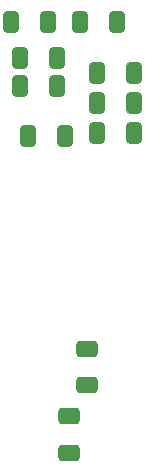
<source format=gbp>
G04 #@! TF.GenerationSoftware,KiCad,Pcbnew,(6.0.1-0)*
G04 #@! TF.CreationDate,2022-03-29T21:42:36-04:00*
G04 #@! TF.ProjectId,G76 Mini,47373620-4d69-46e6-992e-6b696361645f,rev?*
G04 #@! TF.SameCoordinates,Original*
G04 #@! TF.FileFunction,Paste,Bot*
G04 #@! TF.FilePolarity,Positive*
%FSLAX46Y46*%
G04 Gerber Fmt 4.6, Leading zero omitted, Abs format (unit mm)*
G04 Created by KiCad (PCBNEW (6.0.1-0)) date 2022-03-29 21:42:36*
%MOMM*%
%LPD*%
G01*
G04 APERTURE LIST*
G04 Aperture macros list*
%AMRoundRect*
0 Rectangle with rounded corners*
0 $1 Rounding radius*
0 $2 $3 $4 $5 $6 $7 $8 $9 X,Y pos of 4 corners*
0 Add a 4 corners polygon primitive as box body*
4,1,4,$2,$3,$4,$5,$6,$7,$8,$9,$2,$3,0*
0 Add four circle primitives for the rounded corners*
1,1,$1+$1,$2,$3*
1,1,$1+$1,$4,$5*
1,1,$1+$1,$6,$7*
1,1,$1+$1,$8,$9*
0 Add four rect primitives between the rounded corners*
20,1,$1+$1,$2,$3,$4,$5,0*
20,1,$1+$1,$4,$5,$6,$7,0*
20,1,$1+$1,$6,$7,$8,$9,0*
20,1,$1+$1,$8,$9,$2,$3,0*%
G04 Aperture macros list end*
%ADD10RoundRect,0.250000X0.412500X0.650000X-0.412500X0.650000X-0.412500X-0.650000X0.412500X-0.650000X0*%
%ADD11RoundRect,0.250000X-0.412500X-0.650000X0.412500X-0.650000X0.412500X0.650000X-0.412500X0.650000X0*%
%ADD12RoundRect,0.250000X-0.650000X0.412500X-0.650000X-0.412500X0.650000X-0.412500X0.650000X0.412500X0*%
%ADD13RoundRect,0.250000X0.650000X-0.412500X0.650000X0.412500X-0.650000X0.412500X-0.650000X-0.412500X0*%
G04 APERTURE END LIST*
D10*
X107099500Y-73152000D03*
X103974500Y-73152000D03*
X101257500Y-73152000D03*
X98132500Y-73152000D03*
X108496500Y-77470000D03*
X105371500Y-77470000D03*
D11*
X99529500Y-82804000D03*
X102654500Y-82804000D03*
D10*
X108496500Y-82550000D03*
X105371500Y-82550000D03*
D11*
X98894500Y-78613000D03*
X102019500Y-78613000D03*
X98894500Y-76200000D03*
X102019500Y-76200000D03*
D12*
X102997000Y-106514500D03*
X102997000Y-109639500D03*
D13*
X104521000Y-103924500D03*
X104521000Y-100799500D03*
D10*
X108496500Y-80010000D03*
X105371500Y-80010000D03*
M02*

</source>
